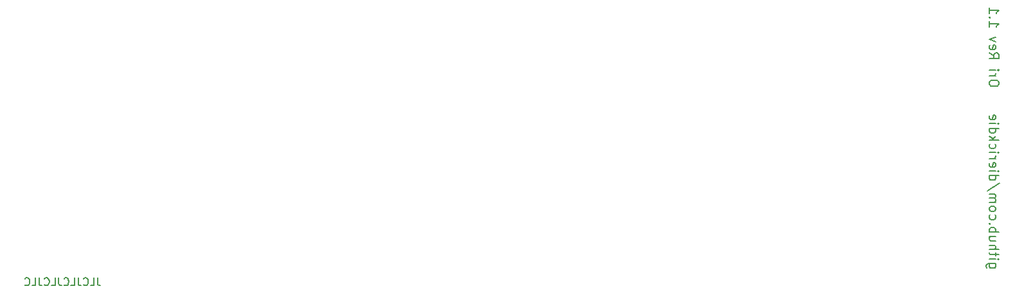
<source format=gbr>
G04 #@! TF.GenerationSoftware,KiCad,Pcbnew,(5.1.10-1-10_14)*
G04 #@! TF.CreationDate,2021-09-03T12:48:33-05:00*
G04 #@! TF.ProjectId,ori_top_plate,6f72695f-746f-4705-9f70-6c6174652e6b,rev?*
G04 #@! TF.SameCoordinates,Original*
G04 #@! TF.FileFunction,Legend,Bot*
G04 #@! TF.FilePolarity,Positive*
%FSLAX46Y46*%
G04 Gerber Fmt 4.6, Leading zero omitted, Abs format (unit mm)*
G04 Created by KiCad (PCBNEW (5.1.10-1-10_14)) date 2021-09-03 12:48:33*
%MOMM*%
%LPD*%
G01*
G04 APERTURE LIST*
%ADD10C,0.150000*%
%ADD11C,0.200000*%
G04 APERTURE END LIST*
D10*
X259414425Y-97083800D02*
X259414425Y-97798086D01*
X259462044Y-97940943D01*
X259557282Y-98036181D01*
X259700139Y-98083800D01*
X259795378Y-98083800D01*
X258462044Y-98083800D02*
X258938235Y-98083800D01*
X258938235Y-97083800D01*
X257557282Y-97988562D02*
X257604901Y-98036181D01*
X257747758Y-98083800D01*
X257842997Y-98083800D01*
X257985854Y-98036181D01*
X258081092Y-97940943D01*
X258128711Y-97845705D01*
X258176330Y-97655229D01*
X258176330Y-97512372D01*
X258128711Y-97321896D01*
X258081092Y-97226658D01*
X257985854Y-97131420D01*
X257842997Y-97083800D01*
X257747758Y-97083800D01*
X257604901Y-97131420D01*
X257557282Y-97179039D01*
X256842997Y-97083800D02*
X256842997Y-97798086D01*
X256890616Y-97940943D01*
X256985854Y-98036181D01*
X257128711Y-98083800D01*
X257223949Y-98083800D01*
X255890616Y-98083800D02*
X256366806Y-98083800D01*
X256366806Y-97083800D01*
X254985854Y-97988562D02*
X255033473Y-98036181D01*
X255176330Y-98083800D01*
X255271568Y-98083800D01*
X255414425Y-98036181D01*
X255509663Y-97940943D01*
X255557282Y-97845705D01*
X255604901Y-97655229D01*
X255604901Y-97512372D01*
X255557282Y-97321896D01*
X255509663Y-97226658D01*
X255414425Y-97131420D01*
X255271568Y-97083800D01*
X255176330Y-97083800D01*
X255033473Y-97131420D01*
X254985854Y-97179039D01*
X254271568Y-97083800D02*
X254271568Y-97798086D01*
X254319187Y-97940943D01*
X254414425Y-98036181D01*
X254557282Y-98083800D01*
X254652520Y-98083800D01*
X253319187Y-98083800D02*
X253795378Y-98083800D01*
X253795378Y-97083800D01*
X252414425Y-97988562D02*
X252462044Y-98036181D01*
X252604901Y-98083800D01*
X252700139Y-98083800D01*
X252842997Y-98036181D01*
X252938235Y-97940943D01*
X252985854Y-97845705D01*
X253033473Y-97655229D01*
X253033473Y-97512372D01*
X252985854Y-97321896D01*
X252938235Y-97226658D01*
X252842997Y-97131420D01*
X252700139Y-97083800D01*
X252604901Y-97083800D01*
X252462044Y-97131420D01*
X252414425Y-97179039D01*
X251700139Y-97083800D02*
X251700139Y-97798086D01*
X251747758Y-97940943D01*
X251842997Y-98036181D01*
X251985854Y-98083800D01*
X252081092Y-98083800D01*
X250747758Y-98083800D02*
X251223949Y-98083800D01*
X251223949Y-97083800D01*
X249842997Y-97988562D02*
X249890616Y-98036181D01*
X250033473Y-98083800D01*
X250128711Y-98083800D01*
X250271568Y-98036181D01*
X250366806Y-97940943D01*
X250414425Y-97845705D01*
X250462044Y-97655229D01*
X250462044Y-97512372D01*
X250414425Y-97321896D01*
X250366806Y-97226658D01*
X250271568Y-97131420D01*
X250128711Y-97083800D01*
X250033473Y-97083800D01*
X249890616Y-97131420D01*
X249842997Y-97179039D01*
D11*
X377697507Y-95219227D02*
X376685602Y-95219227D01*
X376566554Y-95278751D01*
X376507030Y-95338275D01*
X376447507Y-95457322D01*
X376447507Y-95635894D01*
X376507030Y-95754941D01*
X376923697Y-95219227D02*
X376864173Y-95338275D01*
X376864173Y-95576370D01*
X376923697Y-95695418D01*
X376983221Y-95754941D01*
X377102269Y-95814465D01*
X377459411Y-95814465D01*
X377578459Y-95754941D01*
X377637983Y-95695418D01*
X377697507Y-95576370D01*
X377697507Y-95338275D01*
X377637983Y-95219227D01*
X376864173Y-94623989D02*
X377697507Y-94623989D01*
X378114173Y-94623989D02*
X378054650Y-94683513D01*
X377995126Y-94623989D01*
X378054650Y-94564465D01*
X378114173Y-94623989D01*
X377995126Y-94623989D01*
X377697507Y-94207322D02*
X377697507Y-93731132D01*
X378114173Y-94028751D02*
X377042745Y-94028751D01*
X376923697Y-93969227D01*
X376864173Y-93850180D01*
X376864173Y-93731132D01*
X376864173Y-93314465D02*
X378114173Y-93314465D01*
X376864173Y-92778751D02*
X377518935Y-92778751D01*
X377637983Y-92838275D01*
X377697507Y-92957322D01*
X377697507Y-93135894D01*
X377637983Y-93254941D01*
X377578459Y-93314465D01*
X377697507Y-91647799D02*
X376864173Y-91647799D01*
X377697507Y-92183513D02*
X377042745Y-92183513D01*
X376923697Y-92123989D01*
X376864173Y-92004941D01*
X376864173Y-91826370D01*
X376923697Y-91707322D01*
X376983221Y-91647799D01*
X376864173Y-91052560D02*
X378114173Y-91052560D01*
X377637983Y-91052560D02*
X377697507Y-90933513D01*
X377697507Y-90695418D01*
X377637983Y-90576370D01*
X377578459Y-90516846D01*
X377459411Y-90457322D01*
X377102269Y-90457322D01*
X376983221Y-90516846D01*
X376923697Y-90576370D01*
X376864173Y-90695418D01*
X376864173Y-90933513D01*
X376923697Y-91052560D01*
X376983221Y-89921608D02*
X376923697Y-89862084D01*
X376864173Y-89921608D01*
X376923697Y-89981132D01*
X376983221Y-89921608D01*
X376864173Y-89921608D01*
X376923697Y-88790656D02*
X376864173Y-88909703D01*
X376864173Y-89147799D01*
X376923697Y-89266846D01*
X376983221Y-89326370D01*
X377102269Y-89385894D01*
X377459411Y-89385894D01*
X377578459Y-89326370D01*
X377637983Y-89266846D01*
X377697507Y-89147799D01*
X377697507Y-88909703D01*
X377637983Y-88790656D01*
X376864173Y-88076370D02*
X376923697Y-88195418D01*
X376983221Y-88254941D01*
X377102269Y-88314465D01*
X377459411Y-88314465D01*
X377578459Y-88254941D01*
X377637983Y-88195418D01*
X377697507Y-88076370D01*
X377697507Y-87897799D01*
X377637983Y-87778751D01*
X377578459Y-87719227D01*
X377459411Y-87659703D01*
X377102269Y-87659703D01*
X376983221Y-87719227D01*
X376923697Y-87778751D01*
X376864173Y-87897799D01*
X376864173Y-88076370D01*
X376864173Y-87123989D02*
X377697507Y-87123989D01*
X377578459Y-87123989D02*
X377637983Y-87064465D01*
X377697507Y-86945418D01*
X377697507Y-86766846D01*
X377637983Y-86647799D01*
X377518935Y-86588275D01*
X376864173Y-86588275D01*
X377518935Y-86588275D02*
X377637983Y-86528751D01*
X377697507Y-86409703D01*
X377697507Y-86231132D01*
X377637983Y-86112084D01*
X377518935Y-86052560D01*
X376864173Y-86052560D01*
X378173697Y-84564465D02*
X376566554Y-85635894D01*
X376864173Y-83612084D02*
X378114173Y-83612084D01*
X376923697Y-83612084D02*
X376864173Y-83731132D01*
X376864173Y-83969227D01*
X376923697Y-84088275D01*
X376983221Y-84147799D01*
X377102269Y-84207322D01*
X377459411Y-84207322D01*
X377578459Y-84147799D01*
X377637983Y-84088275D01*
X377697507Y-83969227D01*
X377697507Y-83731132D01*
X377637983Y-83612084D01*
X376864173Y-83016846D02*
X377697507Y-83016846D01*
X378114173Y-83016846D02*
X378054650Y-83076370D01*
X377995126Y-83016846D01*
X378054650Y-82957322D01*
X378114173Y-83016846D01*
X377995126Y-83016846D01*
X376923697Y-81945418D02*
X376864173Y-82064465D01*
X376864173Y-82302560D01*
X376923697Y-82421608D01*
X377042745Y-82481132D01*
X377518935Y-82481132D01*
X377637983Y-82421608D01*
X377697507Y-82302560D01*
X377697507Y-82064465D01*
X377637983Y-81945418D01*
X377518935Y-81885894D01*
X377399888Y-81885894D01*
X377280840Y-82481132D01*
X376864173Y-81350180D02*
X377697507Y-81350180D01*
X377459411Y-81350180D02*
X377578459Y-81290656D01*
X377637983Y-81231132D01*
X377697507Y-81112084D01*
X377697507Y-80993037D01*
X376864173Y-80576370D02*
X377697507Y-80576370D01*
X378114173Y-80576370D02*
X378054650Y-80635894D01*
X377995126Y-80576370D01*
X378054650Y-80516846D01*
X378114173Y-80576370D01*
X377995126Y-80576370D01*
X376923697Y-79445418D02*
X376864173Y-79564465D01*
X376864173Y-79802560D01*
X376923697Y-79921608D01*
X376983221Y-79981132D01*
X377102269Y-80040656D01*
X377459411Y-80040656D01*
X377578459Y-79981132D01*
X377637983Y-79921608D01*
X377697507Y-79802560D01*
X377697507Y-79564465D01*
X377637983Y-79445418D01*
X376864173Y-78909703D02*
X378114173Y-78909703D01*
X377340364Y-78790656D02*
X376864173Y-78433513D01*
X377697507Y-78433513D02*
X377221316Y-78909703D01*
X376864173Y-77362084D02*
X378114173Y-77362084D01*
X376923697Y-77362084D02*
X376864173Y-77481132D01*
X376864173Y-77719227D01*
X376923697Y-77838275D01*
X376983221Y-77897799D01*
X377102269Y-77957322D01*
X377459411Y-77957322D01*
X377578459Y-77897799D01*
X377637983Y-77838275D01*
X377697507Y-77719227D01*
X377697507Y-77481132D01*
X377637983Y-77362084D01*
X376864173Y-76766846D02*
X377697507Y-76766846D01*
X378114173Y-76766846D02*
X378054650Y-76826370D01*
X377995126Y-76766846D01*
X378054650Y-76707322D01*
X378114173Y-76766846D01*
X377995126Y-76766846D01*
X376923697Y-75695418D02*
X376864173Y-75814465D01*
X376864173Y-76052560D01*
X376923697Y-76171608D01*
X377042745Y-76231132D01*
X377518935Y-76231132D01*
X377637983Y-76171608D01*
X377697507Y-76052560D01*
X377697507Y-75814465D01*
X377637983Y-75695418D01*
X377518935Y-75635894D01*
X377399888Y-75635894D01*
X377280840Y-76231132D01*
X378114173Y-71556148D02*
X378114173Y-71318053D01*
X378054650Y-71199005D01*
X377935602Y-71079957D01*
X377697507Y-71020434D01*
X377280840Y-71020434D01*
X377042745Y-71079957D01*
X376923697Y-71199005D01*
X376864173Y-71318053D01*
X376864173Y-71556148D01*
X376923697Y-71675196D01*
X377042745Y-71794243D01*
X377280840Y-71853767D01*
X377697507Y-71853767D01*
X377935602Y-71794243D01*
X378054650Y-71675196D01*
X378114173Y-71556148D01*
X376864173Y-70484719D02*
X377697507Y-70484719D01*
X377459411Y-70484719D02*
X377578459Y-70425196D01*
X377637983Y-70365672D01*
X377697507Y-70246624D01*
X377697507Y-70127576D01*
X376864173Y-69710910D02*
X377697507Y-69710910D01*
X378114173Y-69710910D02*
X378054650Y-69770434D01*
X377995126Y-69710910D01*
X378054650Y-69651386D01*
X378114173Y-69710910D01*
X377995126Y-69710910D01*
X376864173Y-67449005D02*
X377459411Y-67865672D01*
X376864173Y-68163291D02*
X378114173Y-68163291D01*
X378114173Y-67687100D01*
X378054650Y-67568053D01*
X377995126Y-67508529D01*
X377876078Y-67449005D01*
X377697507Y-67449005D01*
X377578459Y-67508529D01*
X377518935Y-67568053D01*
X377459411Y-67687100D01*
X377459411Y-68163291D01*
X376923697Y-66437100D02*
X376864173Y-66556148D01*
X376864173Y-66794243D01*
X376923697Y-66913291D01*
X377042745Y-66972815D01*
X377518935Y-66972815D01*
X377637983Y-66913291D01*
X377697507Y-66794243D01*
X377697507Y-66556148D01*
X377637983Y-66437100D01*
X377518935Y-66377576D01*
X377399888Y-66377576D01*
X377280840Y-66972815D01*
X377697507Y-65960910D02*
X376864173Y-65663291D01*
X377697507Y-65365672D01*
X376864173Y-63282338D02*
X376864173Y-63996624D01*
X376864173Y-63639481D02*
X378114173Y-63639481D01*
X377935602Y-63758529D01*
X377816554Y-63877576D01*
X377757030Y-63996624D01*
X376983221Y-62746624D02*
X376923697Y-62687100D01*
X376864173Y-62746624D01*
X376923697Y-62806148D01*
X376983221Y-62746624D01*
X376864173Y-62746624D01*
X376864173Y-61496624D02*
X376864173Y-62210910D01*
X376864173Y-61853767D02*
X378114173Y-61853767D01*
X377935602Y-61972815D01*
X377816554Y-62091862D01*
X377757030Y-62210910D01*
M02*

</source>
